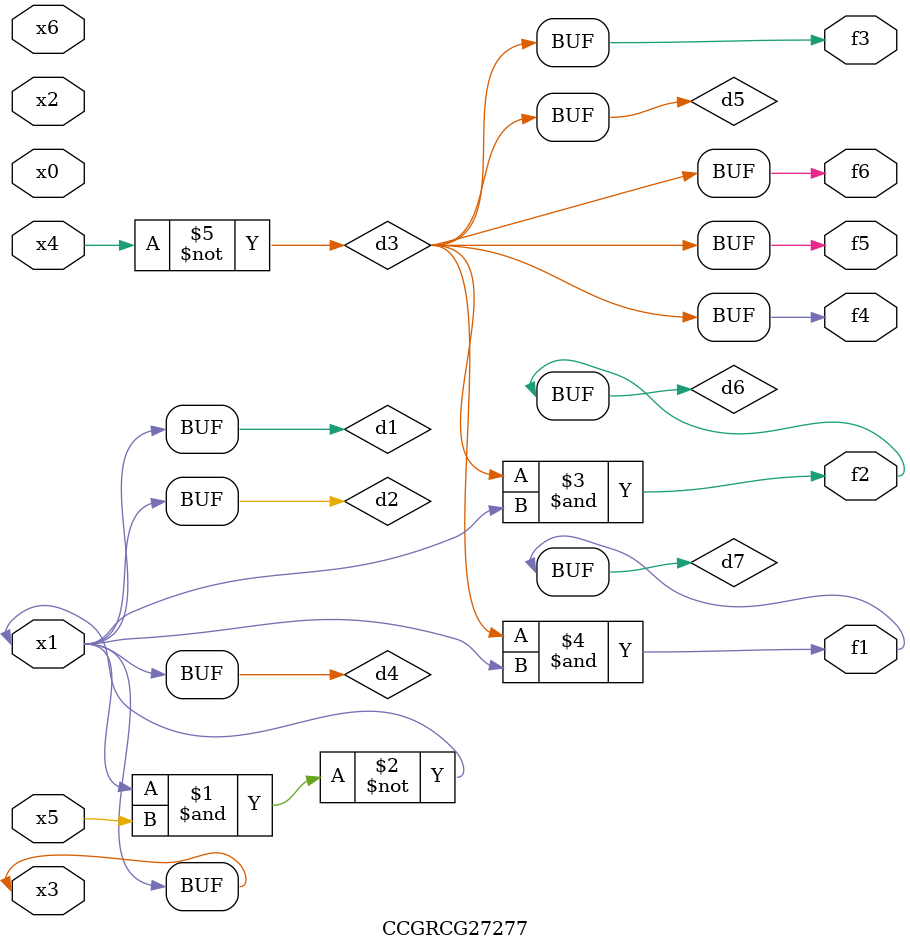
<source format=v>
module CCGRCG27277(
	input x0, x1, x2, x3, x4, x5, x6,
	output f1, f2, f3, f4, f5, f6
);

	wire d1, d2, d3, d4, d5, d6, d7;

	buf (d1, x1, x3);
	nand (d2, x1, x5);
	not (d3, x4);
	buf (d4, d1, d2);
	buf (d5, d3);
	and (d6, d3, d4);
	and (d7, d3, d4);
	assign f1 = d7;
	assign f2 = d6;
	assign f3 = d5;
	assign f4 = d5;
	assign f5 = d5;
	assign f6 = d5;
endmodule

</source>
